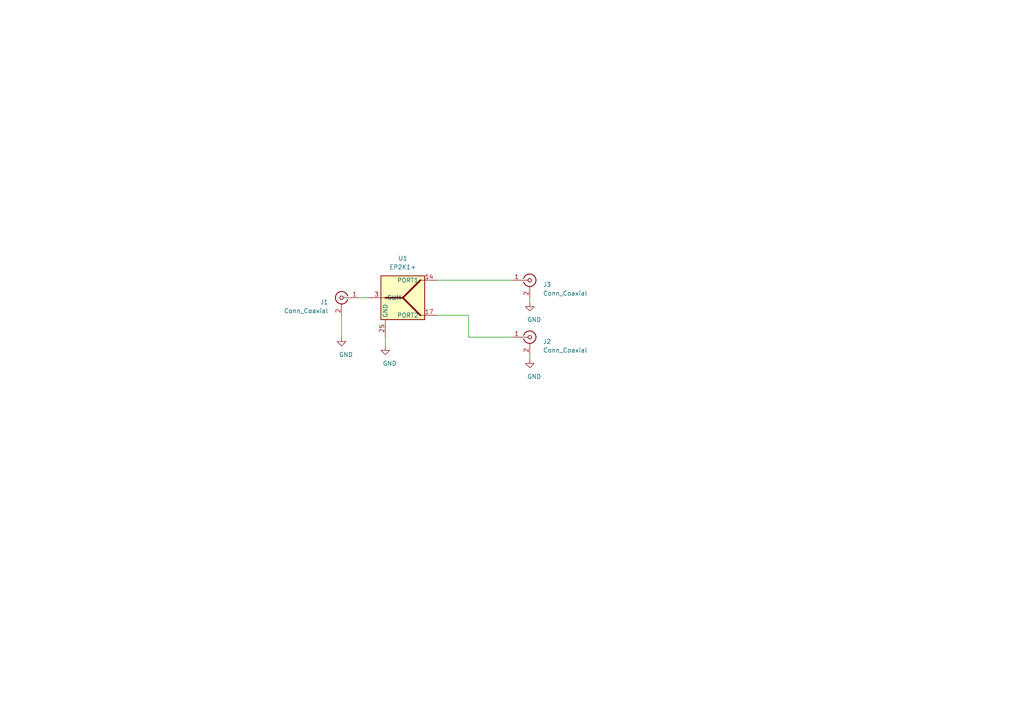
<source format=kicad_sch>
(kicad_sch (version 20201015) (generator eeschema)
  (paper "A4")
  (lib_symbols
    (symbol "Connector:Conn_Coaxial" (pin_names (offset 1.016) hide)
      (property "Reference" "J" (at 0.254 3.048 0))
      (property "Value" "Conn_Coaxial" (at 2.921 0 90))
      (symbol "Conn_Coaxial_0_1"
        (arc (start -1.778 0.508) (end 1.778 0) (radius (at -0.0508 0) (length 1.8034) (angles 163.6 0)) (stroke (width 0.254)))
        (arc (start 1.778 0) (end -1.778 -0.508) (radius (at -0.0254 0) (length 1.8034) (angles 0 -163.8)) (stroke (width 0.254)))
        (circle (center 0 0) (radius 0.508) (stroke (width 0.2032)))
        (polyline (pts (xy -2.54 0) (xy -0.508 0)))
        (polyline (pts (xy 0 -2.54) (xy 0 -1.778)))
      )
      (symbol "Conn_Coaxial_1_1"
        (pin passive line (at -5.08 0 0) (length 2.54) (name "In") (number "1"))
        (pin passive line (at 0 -5.08 90) (length 2.54) (name "Ext") (number "2"))
      )
    )
    (symbol "jtk_rf:EP2K1+"
      (property "Reference" "U" (at -5.08 8.89 0))
      (property "Value" "EP2K1+" (at -2.54 11.43 0))
      (symbol "EP2K1+_0_1"
        (rectangle (start -6.35 6.35) (end 6.35 -6.35) (stroke (width 0.254)) (fill (type background)))
        (polyline (pts (xy 0 0) (xy 5.08 -5.08)) (stroke (width 0.508)))
        (polyline (pts (xy -5.08 0) (xy 0 0) (xy 5.08 5.08)) (stroke (width 0.508)))
      )
      (symbol "EP2K1+_1_1"
        (pin passive line (at -10.16 0 0) (length 5.08) (name "SUM") (number "3"))
        (pin power_in line (at -5.08 -11.43 90) (length 5.08) hide (name "NC") (number "2"))
        (pin passive line (at 10.16 5.08 180) (length 5.08) (name "PORT1") (number "14"))
        (pin passive line (at 10.16 -5.08 180) (length 5.08) (name "PORT2") (number "17"))
        (pin power_in line (at -5.08 -11.43 90) (length 5.08) hide (name "NC") (number "1"))
        (pin power_in line (at -5.08 -11.43 90) (length 5.08) (name "GND") (number "25"))
        (pin power_in line (at -5.08 -11.43 90) (length 5.08) hide (name "NC") (number "4"))
        (pin power_in line (at -5.08 -11.43 90) (length 5.08) hide (name "NC") (number "5"))
        (pin power_in line (at -5.08 -11.43 90) (length 5.08) hide (name "NC") (number "6"))
        (pin power_in line (at -5.08 -11.43 90) (length 5.08) hide (name "NC") (number "7"))
        (pin power_in line (at -5.08 -11.43 90) (length 5.08) hide (name "NC") (number "8"))
        (pin power_in line (at -5.08 -11.43 90) (length 5.08) hide (name "NC") (number "9"))
        (pin power_in line (at -5.08 -11.43 90) (length 5.08) hide (name "NC") (number "10"))
        (pin power_in line (at -5.08 -11.43 90) (length 5.08) hide (name "NC") (number "11"))
        (pin power_in line (at -5.08 -11.43 90) (length 5.08) hide (name "NC") (number "12"))
        (pin power_in line (at -5.08 -11.43 90) (length 5.08) hide (name "NC") (number "13"))
        (pin power_in line (at -5.08 -11.43 90) (length 5.08) hide (name "NC") (number "15"))
        (pin power_in line (at -5.08 -11.43 90) (length 5.08) hide (name "NC") (number "16"))
        (pin power_in line (at -5.08 -11.43 90) (length 5.08) hide (name "NC") (number "18"))
        (pin power_in line (at -5.08 -11.43 90) (length 5.08) hide (name "NC") (number "19"))
        (pin power_in line (at -5.08 -11.43 90) (length 5.08) hide (name "NC") (number "20"))
        (pin power_in line (at -5.08 -11.43 90) (length 5.08) hide (name "NC") (number "21"))
        (pin power_in line (at -5.08 -11.43 90) (length 5.08) hide (name "NC") (number "22"))
        (pin power_in line (at -5.08 -11.43 90) (length 5.08) hide (name "NC") (number "23"))
        (pin power_in line (at -5.08 -11.43 90) (length 5.08) hide (name "NC") (number "24"))
      )
    )
    (symbol "power:GND" (power) (pin_names (offset 0))
      (property "Value" "GND" (at 0 -3.81 0))
      (symbol "GND_0_1"
        (polyline (pts (xy 0 0) (xy 0 -1.27) (xy 1.27 -1.27) (xy 0 -2.54) (xy -1.27 -1.27) (xy 0 -1.27)))
      )
      (symbol "GND_1_1"
        (pin power_in line (at 0 0 270) (length 0) hide (name "GND") (number "1"))
      )
    )
  )
  (wire (pts (xy 99.06 91.44) (xy 99.06 97.79)))
  (wire (pts (xy 104.14 86.36) (xy 106.68 86.36)))
  (wire (pts (xy 111.76 97.79) (xy 111.76 100.33)))
  (wire (pts (xy 127 81.28) (xy 148.59 81.28)))
  (wire (pts (xy 127 91.44) (xy 135.89 91.44)))
  (wire (pts (xy 135.89 91.44) (xy 135.89 97.79)))
  (wire (pts (xy 135.89 97.79) (xy 148.59 97.79)))
  (wire (pts (xy 153.67 86.36) (xy 153.67 87.63)))
  (wire (pts (xy 153.67 102.87) (xy 153.67 104.14)))
  (symbol (lib_id "power:GND") (at 99.06 97.79 0) (unit 1)
    (property "Reference" "#PWR01" (effects hide))
    (property "Value" "GND" (at 100.33 102.87 0))
  )
  (symbol (lib_id "power:GND") (at 111.76 100.33 0) (unit 1)
    (property "Reference" "#PWR0101" (effects hide))
    (property "Value" "GND" (at 113.03 105.41 0))
  )
  (symbol (lib_id "power:GND") (at 153.67 87.63 0) (unit 1)
    (property "Reference" "#PWR03" (effects hide))
    (property "Value" "GND" (at 154.94 92.71 0))
  )
  (symbol (lib_id "power:GND") (at 153.67 104.14 0) (unit 1)
    (property "Reference" "#PWR0102" (effects hide))
    (property "Value" "GND" (at 154.94 109.22 0))
  )
  (symbol (lib_id "Connector:Conn_Coaxial") (at 99.06 86.36 0) (mirror y) (unit 1)
    (property "Reference" "J1" (at 95.25 87.63 0) (effects (justify left)))
    (property "Value" "Conn_Coaxial" (at 95.25 90.17 0) (effects (justify left)))
    (property "Footprint" "jtk_rf_footprints:sw_edge_oshpark_4layer" (effects hide))
    (property "Datasheet" " ~" (effects hide))
  )
  (symbol (lib_id "Connector:Conn_Coaxial") (at 153.67 81.28 0) (unit 1)
    (property "Reference" "J3" (at 157.48 82.55 0) (effects (justify left)))
    (property "Value" "Conn_Coaxial" (at 157.48 85.09 0) (effects (justify left)))
    (property "Footprint" "jtk_rf_footprints:sw_edge_oshpark_4layer" (effects hide))
    (property "Datasheet" " ~" (effects hide))
  )
  (symbol (lib_id "Connector:Conn_Coaxial") (at 153.67 97.79 0) (unit 1)
    (property "Reference" "J2" (at 157.48 99.06 0) (effects (justify left)))
    (property "Value" "Conn_Coaxial" (at 157.48 101.6 0) (effects (justify left)))
    (property "Footprint" "jtk_rf_footprints:sw_edge_oshpark_4layer" (effects hide))
    (property "Datasheet" " ~" (effects hide))
  )
  (symbol (lib_id "jtk_rf:EP2K1+") (at 116.84 86.36 0) (unit 1)
    (property "Reference" "U1" (at 116.84 74.93 0))
    (property "Value" "EP2K1+" (at 116.84 77.47 0))
    (property "Footprint" "jtk_rf_footprints:DG1847" (effects hide))
    (property "Datasheet" "https://www.minicircuits.com/pdfs/EP2KA+.pdf" (effects hide))
    (property "mpn" "EP2K1+" (effects hide))
    (property "mfg" "Mini-Circuits" (effects hide))
    (property "mouser#" "139-EP2K1 " (effects hide))
  )
)
</source>
